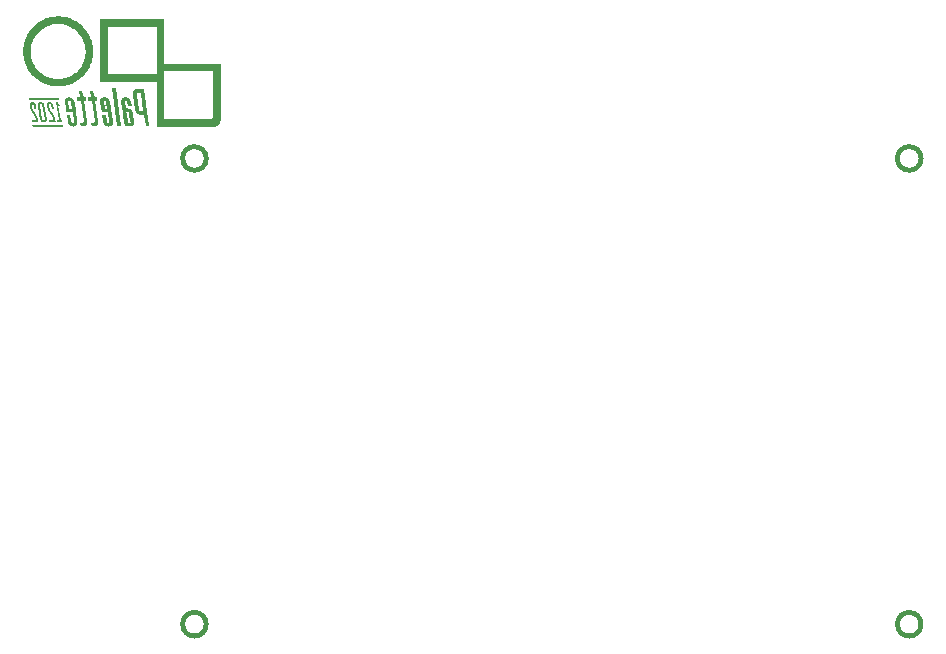
<source format=gbo>
G04 #@! TF.GenerationSoftware,KiCad,Pcbnew,(5.1.4-0-10_14)*
G04 #@! TF.CreationDate,2020-03-30T03:02:05+09:00*
G04 #@! TF.ProjectId,palette1202-front,70616c65-7474-4653-9132-30322d66726f,rev?*
G04 #@! TF.SameCoordinates,Original*
G04 #@! TF.FileFunction,Legend,Bot*
G04 #@! TF.FilePolarity,Positive*
%FSLAX46Y46*%
G04 Gerber Fmt 4.6, Leading zero omitted, Abs format (unit mm)*
G04 Created by KiCad (PCBNEW (5.1.4-0-10_14)) date 2020-03-30 03:02:05*
%MOMM*%
%LPD*%
G04 APERTURE LIST*
%ADD10C,0.100000*%
%ADD11C,0.400000*%
G04 APERTURE END LIST*
D10*
G36*
X97264452Y-65814978D02*
G01*
X97285634Y-65816187D01*
X97306389Y-65818202D01*
X97326722Y-65821024D01*
X97346636Y-65824652D01*
X97366136Y-65829086D01*
X97385224Y-65834326D01*
X97403906Y-65840372D01*
X97422185Y-65847224D01*
X97440064Y-65854883D01*
X97457548Y-65863347D01*
X97474641Y-65872618D01*
X97491346Y-65882695D01*
X97507667Y-65893578D01*
X97523609Y-65905267D01*
X97539174Y-65917762D01*
X97554212Y-65931033D01*
X97568568Y-65945053D01*
X97582241Y-65959824D01*
X97595233Y-65975350D01*
X97607542Y-65991637D01*
X97619169Y-66008687D01*
X97630114Y-66026504D01*
X97640377Y-66045093D01*
X97649958Y-66064457D01*
X97658857Y-66084600D01*
X97667073Y-66105526D01*
X97674607Y-66127238D01*
X97681460Y-66149742D01*
X97687630Y-66173039D01*
X97693118Y-66197136D01*
X97697924Y-66222034D01*
X97748195Y-66547471D01*
X97451861Y-66547471D01*
X97401590Y-66243200D01*
X97400010Y-66234425D01*
X97398247Y-66225960D01*
X97396306Y-66217806D01*
X97394191Y-66209961D01*
X97391905Y-66202427D01*
X97389452Y-66195202D01*
X97386837Y-66188288D01*
X97384062Y-66181684D01*
X97381133Y-66175389D01*
X97378052Y-66169405D01*
X97374824Y-66163731D01*
X97371453Y-66158367D01*
X97367942Y-66153313D01*
X97364296Y-66148570D01*
X97360518Y-66144136D01*
X97356612Y-66140012D01*
X97352613Y-66136168D01*
X97348556Y-66132571D01*
X97344444Y-66129222D01*
X97340282Y-66126122D01*
X97336074Y-66123269D01*
X97331823Y-66120665D01*
X97327533Y-66118308D01*
X97323208Y-66116200D01*
X97318853Y-66114340D01*
X97314470Y-66112727D01*
X97310064Y-66111363D01*
X97305639Y-66110247D01*
X97301198Y-66109379D01*
X97296745Y-66108759D01*
X97292285Y-66108387D01*
X97287821Y-66108263D01*
X97281494Y-66108387D01*
X97275408Y-66108759D01*
X97269554Y-66109379D01*
X97263925Y-66110247D01*
X97258513Y-66111363D01*
X97253311Y-66112728D01*
X97248310Y-66114340D01*
X97243503Y-66116200D01*
X97238882Y-66118309D01*
X97234439Y-66120665D01*
X97230166Y-66123270D01*
X97226057Y-66126122D01*
X97222102Y-66129223D01*
X97218295Y-66132571D01*
X97214627Y-66136168D01*
X97211091Y-66140012D01*
X97207774Y-66144136D01*
X97204771Y-66148570D01*
X97202086Y-66153314D01*
X97199722Y-66158368D01*
X97197684Y-66163732D01*
X97195976Y-66169406D01*
X97194601Y-66175390D01*
X97193563Y-66181684D01*
X97192866Y-66188288D01*
X97192514Y-66195203D01*
X97192510Y-66202427D01*
X97192860Y-66209961D01*
X97193566Y-66217806D01*
X97194633Y-66225960D01*
X97196063Y-66234425D01*
X97197862Y-66243200D01*
X97285175Y-66756491D01*
X97401590Y-66756491D01*
X97425154Y-66756956D01*
X97448218Y-66758346D01*
X97470778Y-66760660D01*
X97492830Y-66763891D01*
X97514371Y-66768038D01*
X97535396Y-66773095D01*
X97555902Y-66779059D01*
X97575885Y-66785926D01*
X97595340Y-66793693D01*
X97614265Y-66802354D01*
X97632655Y-66811907D01*
X97650506Y-66822348D01*
X97667814Y-66833672D01*
X97684576Y-66845876D01*
X97700788Y-66858955D01*
X97716445Y-66872907D01*
X97731483Y-66887727D01*
X97745838Y-66903412D01*
X97759512Y-66919957D01*
X97772503Y-66937358D01*
X97784812Y-66955612D01*
X97796440Y-66974715D01*
X97807385Y-66994663D01*
X97817647Y-67015452D01*
X97827228Y-67037078D01*
X97836127Y-67059537D01*
X97844343Y-67082826D01*
X97851878Y-67106940D01*
X97858730Y-67131876D01*
X97864900Y-67157629D01*
X97870388Y-67184197D01*
X97875194Y-67211574D01*
X97962507Y-67825407D01*
X97966011Y-67852784D01*
X97968589Y-67879352D01*
X97970245Y-67905106D01*
X97970982Y-67930042D01*
X97970804Y-67954156D01*
X97969716Y-67977444D01*
X97967721Y-67999904D01*
X97964822Y-68021530D01*
X97961025Y-68042318D01*
X97956332Y-68062266D01*
X97950747Y-68081369D01*
X97944276Y-68099623D01*
X97936920Y-68117024D01*
X97928685Y-68133569D01*
X97919574Y-68149253D01*
X97909591Y-68164074D01*
X97899018Y-68178025D01*
X97888140Y-68191105D01*
X97876959Y-68203309D01*
X97865479Y-68214633D01*
X97853705Y-68225074D01*
X97841641Y-68234627D01*
X97829289Y-68243289D01*
X97816655Y-68251055D01*
X97803742Y-68257922D01*
X97790553Y-68263886D01*
X97777093Y-68268943D01*
X97763366Y-68273089D01*
X97749375Y-68276321D01*
X97735125Y-68278634D01*
X97720619Y-68280025D01*
X97705861Y-68280489D01*
X97693205Y-68280247D01*
X97681015Y-68279539D01*
X97669258Y-68278397D01*
X97657905Y-68276851D01*
X97646924Y-68274934D01*
X97636284Y-68272676D01*
X97625954Y-68270107D01*
X97615903Y-68267260D01*
X97606100Y-68263281D01*
X97596514Y-68259240D01*
X97587114Y-68255075D01*
X97577869Y-68250724D01*
X97568748Y-68246125D01*
X97559720Y-68241216D01*
X97550754Y-68235934D01*
X97541819Y-68230219D01*
X97533014Y-68225134D01*
X97524456Y-68219801D01*
X97516147Y-68214220D01*
X97508085Y-68208391D01*
X97500272Y-68202314D01*
X97492706Y-68195989D01*
X97485389Y-68189415D01*
X97478319Y-68182594D01*
X97454507Y-68182594D01*
X97462443Y-68277844D01*
X97189923Y-68277844D01*
X97065387Y-67401720D01*
X97060278Y-67402075D01*
X97010963Y-67052825D01*
X97322216Y-67052825D01*
X97343382Y-67216866D01*
X97348674Y-67216866D01*
X97435986Y-67896845D01*
X97440947Y-67906643D01*
X97445908Y-67916193D01*
X97450869Y-67925495D01*
X97455830Y-67934548D01*
X97460791Y-67943354D01*
X97465752Y-67951912D01*
X97470713Y-67960222D01*
X97475674Y-67968283D01*
X97487622Y-67982091D01*
X97493674Y-67988840D01*
X97499818Y-67995403D01*
X97506086Y-68001718D01*
X97509277Y-68004763D01*
X97512510Y-68007722D01*
X97515789Y-68010589D01*
X97519119Y-68013355D01*
X97522503Y-68016012D01*
X97525946Y-68018553D01*
X97529449Y-68020971D01*
X97533015Y-68023261D01*
X97536642Y-68025419D01*
X97540332Y-68027442D01*
X97544084Y-68029325D01*
X97547897Y-68031065D01*
X97551773Y-68032657D01*
X97555711Y-68034098D01*
X97559711Y-68035384D01*
X97563772Y-68036512D01*
X97567896Y-68037476D01*
X97572082Y-68038274D01*
X97576330Y-68038901D01*
X97580640Y-68039354D01*
X97585012Y-68039629D01*
X97589446Y-68039721D01*
X97593878Y-68039566D01*
X97598241Y-68039101D01*
X97602526Y-68038326D01*
X97606726Y-68037241D01*
X97610833Y-68035845D01*
X97614839Y-68034140D01*
X97618737Y-68032124D01*
X97622518Y-68029799D01*
X97626176Y-68027163D01*
X97629701Y-68024218D01*
X97633088Y-68020962D01*
X97636326Y-68017396D01*
X97639410Y-68013521D01*
X97642331Y-68009335D01*
X97645082Y-68004839D01*
X97647654Y-68000033D01*
X97650477Y-67994885D01*
X97652998Y-67989362D01*
X97655224Y-67983459D01*
X97657163Y-67977172D01*
X97658823Y-67970497D01*
X97660212Y-67963431D01*
X97661337Y-67955969D01*
X97662206Y-67948109D01*
X97662828Y-67939845D01*
X97663209Y-67931174D01*
X97663357Y-67922093D01*
X97663281Y-67912596D01*
X97662987Y-67902682D01*
X97662485Y-67892344D01*
X97661781Y-67881581D01*
X97660883Y-67870387D01*
X97573570Y-67222157D01*
X97569787Y-67201943D01*
X97565380Y-67182976D01*
X97560344Y-67165266D01*
X97554677Y-67148818D01*
X97548375Y-67133642D01*
X97541433Y-67119745D01*
X97533847Y-67107135D01*
X97525614Y-67095819D01*
X97521254Y-67090649D01*
X97516730Y-67085806D01*
X97512043Y-67081290D01*
X97507192Y-67077102D01*
X97502175Y-67073244D01*
X97496994Y-67069716D01*
X97491647Y-67066520D01*
X97486133Y-67063656D01*
X97480453Y-67061125D01*
X97474606Y-67058929D01*
X97468591Y-67057068D01*
X97462409Y-67055543D01*
X97456057Y-67054355D01*
X97449537Y-67053505D01*
X97442847Y-67052995D01*
X97435986Y-67052825D01*
X97322216Y-67052825D01*
X97010963Y-67052825D01*
X96898882Y-66259075D01*
X96894914Y-66232222D01*
X96891942Y-66206231D01*
X96889970Y-66181091D01*
X96889001Y-66156797D01*
X96889041Y-66133340D01*
X96890092Y-66110712D01*
X96892158Y-66088906D01*
X96895244Y-66067914D01*
X96899353Y-66047728D01*
X96904489Y-66028340D01*
X96910656Y-66009743D01*
X96917857Y-65991929D01*
X96926098Y-65974890D01*
X96935381Y-65958618D01*
X96945710Y-65943106D01*
X96957090Y-65928346D01*
X96969340Y-65914424D01*
X96982283Y-65901428D01*
X96995931Y-65889354D01*
X97010296Y-65878199D01*
X97025391Y-65867959D01*
X97041225Y-65858629D01*
X97057811Y-65850206D01*
X97075161Y-65842687D01*
X97093286Y-65836066D01*
X97112197Y-65830341D01*
X97131907Y-65825508D01*
X97152427Y-65821561D01*
X97173769Y-65818499D01*
X97195944Y-65816316D01*
X97218964Y-65815009D01*
X97242841Y-65814575D01*
X97264452Y-65814978D01*
G37*
G36*
X96848612Y-68280492D02*
G01*
X96552278Y-68280492D01*
X96102486Y-65047284D01*
X96398820Y-65047284D01*
X96848612Y-68280492D01*
G37*
G36*
X91685496Y-58965720D02*
G01*
X91835873Y-58977154D01*
X91984078Y-58995984D01*
X92129924Y-59022024D01*
X92273223Y-59055089D01*
X92413789Y-59094993D01*
X92551434Y-59141551D01*
X92685973Y-59194577D01*
X92817216Y-59253885D01*
X92944979Y-59319291D01*
X93069073Y-59390608D01*
X93189311Y-59467650D01*
X93305508Y-59550234D01*
X93417474Y-59638172D01*
X93525025Y-59731279D01*
X93627972Y-59829370D01*
X93726128Y-59932259D01*
X93819308Y-60039761D01*
X93907323Y-60151690D01*
X93989986Y-60267860D01*
X94067111Y-60388086D01*
X94138510Y-60512183D01*
X94203997Y-60639964D01*
X94263385Y-60771245D01*
X94316486Y-60905840D01*
X94363114Y-61043562D01*
X94403082Y-61184228D01*
X94436201Y-61327650D01*
X94462287Y-61473644D01*
X94481151Y-61622024D01*
X94492606Y-61772605D01*
X94496466Y-61925200D01*
X94492614Y-62077563D01*
X94481180Y-62227940D01*
X94462350Y-62376145D01*
X94436310Y-62521991D01*
X94403245Y-62665290D01*
X94363341Y-62805856D01*
X94316783Y-62943501D01*
X94263757Y-63078039D01*
X94204449Y-63209283D01*
X94139043Y-63337045D01*
X94067727Y-63461139D01*
X93990684Y-63581378D01*
X93908100Y-63697574D01*
X93820162Y-63809541D01*
X93727055Y-63917091D01*
X93628964Y-64020039D01*
X93526075Y-64118195D01*
X93418573Y-64211374D01*
X93306645Y-64299389D01*
X93190474Y-64382053D01*
X93070248Y-64459178D01*
X92946151Y-64530577D01*
X92818370Y-64596064D01*
X92687089Y-64655452D01*
X92552494Y-64708553D01*
X92414772Y-64755181D01*
X92274106Y-64795148D01*
X92130684Y-64828268D01*
X91984690Y-64854354D01*
X91836309Y-64873218D01*
X91685729Y-64884673D01*
X91533133Y-64888533D01*
X91380771Y-64884681D01*
X91230394Y-64873247D01*
X91082189Y-64854417D01*
X90936343Y-64828377D01*
X90793044Y-64795312D01*
X90652478Y-64755408D01*
X90514833Y-64708850D01*
X90380295Y-64655824D01*
X90249051Y-64596515D01*
X90121288Y-64531110D01*
X89997194Y-64459793D01*
X89876956Y-64382750D01*
X89760760Y-64300167D01*
X89648793Y-64212229D01*
X89541242Y-64119122D01*
X89438295Y-64021031D01*
X89340139Y-63918141D01*
X89246959Y-63810640D01*
X89158945Y-63698711D01*
X89076281Y-63582541D01*
X88999156Y-63462314D01*
X88927757Y-63338218D01*
X88862269Y-63210436D01*
X88802882Y-63079155D01*
X88749780Y-62944561D01*
X88703153Y-62806838D01*
X88663185Y-62666173D01*
X88630065Y-62522750D01*
X88603980Y-62376756D01*
X88585116Y-62228376D01*
X88573660Y-62077795D01*
X88569800Y-61925200D01*
X89204800Y-61925200D01*
X89207838Y-62044780D01*
X89216851Y-62162818D01*
X89231692Y-62279165D01*
X89252214Y-62393673D01*
X89278268Y-62506194D01*
X89309707Y-62616582D01*
X89346383Y-62724688D01*
X89388148Y-62830364D01*
X89434855Y-62933463D01*
X89486356Y-63033837D01*
X89542503Y-63131338D01*
X89603148Y-63225818D01*
X89668144Y-63317130D01*
X89737342Y-63405126D01*
X89810595Y-63489657D01*
X89887756Y-63570577D01*
X89968676Y-63647738D01*
X90053207Y-63720991D01*
X90141203Y-63790190D01*
X90232515Y-63855185D01*
X90326995Y-63915830D01*
X90424496Y-63971977D01*
X90524870Y-64023478D01*
X90627969Y-64070185D01*
X90733645Y-64111950D01*
X90841751Y-64148627D01*
X90952139Y-64180066D01*
X91064660Y-64206120D01*
X91179169Y-64226641D01*
X91295515Y-64241483D01*
X91413553Y-64250496D01*
X91533133Y-64253533D01*
X91652714Y-64250496D01*
X91770752Y-64241483D01*
X91887098Y-64226641D01*
X92001607Y-64206120D01*
X92114128Y-64180066D01*
X92224516Y-64148627D01*
X92332622Y-64111950D01*
X92438298Y-64070185D01*
X92541397Y-64023478D01*
X92641771Y-63971977D01*
X92739272Y-63915830D01*
X92833752Y-63855185D01*
X92925064Y-63790190D01*
X93013060Y-63720991D01*
X93097591Y-63647738D01*
X93178511Y-63570577D01*
X93255672Y-63489657D01*
X93328925Y-63405126D01*
X93398123Y-63317130D01*
X93463119Y-63225818D01*
X93523764Y-63131338D01*
X93579911Y-63033837D01*
X93631412Y-62933463D01*
X93678119Y-62830364D01*
X93719884Y-62724688D01*
X93756560Y-62616582D01*
X93787999Y-62506194D01*
X93814053Y-62393673D01*
X93834575Y-62279165D01*
X93849416Y-62162818D01*
X93858429Y-62044780D01*
X93861466Y-61925200D01*
X93858429Y-61805620D01*
X93849416Y-61687582D01*
X93834575Y-61571236D01*
X93814053Y-61456727D01*
X93787999Y-61344206D01*
X93756560Y-61233818D01*
X93719884Y-61125712D01*
X93678118Y-61020036D01*
X93631411Y-60916937D01*
X93579910Y-60816563D01*
X93523764Y-60719062D01*
X93463119Y-60624582D01*
X93398123Y-60533270D01*
X93328925Y-60445275D01*
X93255671Y-60360743D01*
X93178511Y-60279823D01*
X93097591Y-60202662D01*
X93013059Y-60129409D01*
X92925063Y-60060210D01*
X92833751Y-59995215D01*
X92739271Y-59934570D01*
X92641770Y-59878423D01*
X92541396Y-59826922D01*
X92438298Y-59780215D01*
X92332621Y-59738450D01*
X92224515Y-59701773D01*
X92114128Y-59670334D01*
X92001606Y-59644280D01*
X91887098Y-59623759D01*
X91770751Y-59608917D01*
X91652714Y-59599904D01*
X91533133Y-59596867D01*
X91533133Y-58961867D01*
X91685496Y-58965720D01*
G37*
G36*
X99251028Y-68280491D02*
G01*
X98933527Y-68280491D01*
X98801236Y-67325346D01*
X98618673Y-67325346D01*
X98591140Y-67324788D01*
X98564103Y-67323118D01*
X98537562Y-67320340D01*
X98511517Y-67316457D01*
X98485968Y-67311474D01*
X98460915Y-67305393D01*
X98436359Y-67298220D01*
X98412298Y-67289958D01*
X98388734Y-67280610D01*
X98365666Y-67270181D01*
X98343093Y-67258675D01*
X98321017Y-67246095D01*
X98299437Y-67232445D01*
X98278353Y-67217729D01*
X98257765Y-67201952D01*
X98237674Y-67185116D01*
X98218325Y-67166884D01*
X98199965Y-67147904D01*
X98182590Y-67128172D01*
X98166195Y-67107684D01*
X98150777Y-67086437D01*
X98136331Y-67064426D01*
X98122855Y-67041648D01*
X98110343Y-67018098D01*
X98098793Y-66993773D01*
X98088200Y-66968670D01*
X98078560Y-66942783D01*
X98069870Y-66916109D01*
X98062126Y-66888645D01*
X98055323Y-66860387D01*
X98049459Y-66831330D01*
X98044528Y-66801470D01*
X97974525Y-66306445D01*
X97973091Y-66306700D01*
X97875195Y-65616138D01*
X97871321Y-65586279D01*
X97869934Y-65571288D01*
X98192499Y-65571288D01*
X98192624Y-65582579D01*
X98193141Y-65594259D01*
X98194047Y-65606327D01*
X98195341Y-65618784D01*
X98279663Y-66211523D01*
X98280007Y-66211450D01*
X98364673Y-66804117D01*
X98368736Y-66829078D01*
X98373981Y-66852372D01*
X98380411Y-66874008D01*
X98384072Y-66884206D01*
X98388032Y-66893993D01*
X98392289Y-66903368D01*
X98396846Y-66912334D01*
X98401702Y-66920891D01*
X98406857Y-66929040D01*
X98412314Y-66936782D01*
X98418071Y-66944118D01*
X98424129Y-66951049D01*
X98430489Y-66957575D01*
X98437152Y-66963699D01*
X98444117Y-66969421D01*
X98451386Y-66974742D01*
X98458958Y-66979662D01*
X98466834Y-66984183D01*
X98475016Y-66988306D01*
X98483502Y-66992032D01*
X98492294Y-66995361D01*
X98501393Y-66998295D01*
X98510798Y-67000835D01*
X98520510Y-67002982D01*
X98530530Y-67004735D01*
X98540858Y-67006098D01*
X98551494Y-67007070D01*
X98573695Y-67007846D01*
X98756257Y-67007846D01*
X98534007Y-65415055D01*
X98351445Y-65415055D01*
X98340244Y-65415256D01*
X98329461Y-65415860D01*
X98319094Y-65416866D01*
X98309143Y-65418274D01*
X98299606Y-65420083D01*
X98290484Y-65422293D01*
X98281774Y-65424902D01*
X98273476Y-65427912D01*
X98265588Y-65431321D01*
X98258111Y-65435128D01*
X98251042Y-65439333D01*
X98244382Y-65443937D01*
X98238128Y-65448937D01*
X98232280Y-65454335D01*
X98226838Y-65460128D01*
X98221799Y-65466318D01*
X98217164Y-65472902D01*
X98212930Y-65479882D01*
X98209098Y-65487256D01*
X98205666Y-65495024D01*
X98202633Y-65503185D01*
X98199998Y-65511739D01*
X98197761Y-65520686D01*
X98195919Y-65530024D01*
X98194474Y-65539754D01*
X98193422Y-65549875D01*
X98192764Y-65560386D01*
X98192499Y-65571288D01*
X97869934Y-65571288D01*
X97868632Y-65557222D01*
X97867137Y-65528963D01*
X97866844Y-65501499D01*
X97867760Y-65474825D01*
X97869893Y-65448939D01*
X97873251Y-65423835D01*
X97877841Y-65399510D01*
X97883671Y-65375961D01*
X97890750Y-65353182D01*
X97899084Y-65331171D01*
X97908681Y-65309924D01*
X97919550Y-65289436D01*
X97931698Y-65269704D01*
X97945133Y-65250724D01*
X97959862Y-65232492D01*
X97975177Y-65215220D01*
X97991353Y-65199119D01*
X98008382Y-65184181D01*
X98026255Y-65170398D01*
X98044966Y-65157761D01*
X98064506Y-65146265D01*
X98084868Y-65135900D01*
X98106044Y-65126659D01*
X98128026Y-65118534D01*
X98150806Y-65111517D01*
X98174377Y-65105602D01*
X98198731Y-65100779D01*
X98223860Y-65097042D01*
X98249756Y-65094382D01*
X98276412Y-65092791D01*
X98303820Y-65092263D01*
X98803882Y-65092263D01*
X99251028Y-68280491D01*
G37*
G36*
X91685494Y-58965719D02*
G01*
X91835871Y-58977153D01*
X91984076Y-58995983D01*
X92129922Y-59022023D01*
X92273221Y-59055088D01*
X92413787Y-59094992D01*
X92551433Y-59141550D01*
X92685971Y-59194576D01*
X92817214Y-59253885D01*
X92944977Y-59319290D01*
X93069071Y-59390607D01*
X93189309Y-59467650D01*
X93305506Y-59550233D01*
X93417472Y-59638171D01*
X93525023Y-59731278D01*
X93627970Y-59829369D01*
X93726127Y-59932259D01*
X93819306Y-60039760D01*
X93907321Y-60151689D01*
X93989984Y-60267859D01*
X94067109Y-60388086D01*
X94138508Y-60512182D01*
X94203996Y-60639964D01*
X94263383Y-60771245D01*
X94316484Y-60905839D01*
X94363112Y-61043562D01*
X94403080Y-61184227D01*
X94436200Y-61327650D01*
X94462285Y-61473644D01*
X94481149Y-61622024D01*
X94492605Y-61772605D01*
X94496465Y-61925200D01*
X93861464Y-61925200D01*
X93858427Y-61805620D01*
X93849414Y-61687582D01*
X93834573Y-61571235D01*
X93814051Y-61456727D01*
X93787997Y-61344205D01*
X93756558Y-61233818D01*
X93719882Y-61125712D01*
X93678116Y-61020036D01*
X93631409Y-60916937D01*
X93579909Y-60816563D01*
X93523762Y-60719062D01*
X93463117Y-60624582D01*
X93398121Y-60533270D01*
X93328923Y-60445274D01*
X93255669Y-60360743D01*
X93178509Y-60279823D01*
X93097589Y-60202662D01*
X93013057Y-60129409D01*
X92925061Y-60060210D01*
X92833749Y-59995215D01*
X92739269Y-59934570D01*
X92641768Y-59878423D01*
X92541395Y-59826922D01*
X92438296Y-59780215D01*
X92332619Y-59738450D01*
X92224514Y-59701773D01*
X92114126Y-59670334D01*
X92001604Y-59644280D01*
X91887096Y-59623759D01*
X91770749Y-59608917D01*
X91652712Y-59599904D01*
X91533131Y-59596867D01*
X91413551Y-59599904D01*
X91295514Y-59608917D01*
X91179167Y-59623759D01*
X91064659Y-59644280D01*
X90952137Y-59670334D01*
X90841750Y-59701773D01*
X90733644Y-59738450D01*
X90627967Y-59780215D01*
X90524868Y-59826922D01*
X90424495Y-59878423D01*
X90326994Y-59934570D01*
X90232513Y-59995215D01*
X90141201Y-60060210D01*
X90053206Y-60129409D01*
X89968674Y-60202662D01*
X89887754Y-60279823D01*
X89810593Y-60360743D01*
X89737339Y-60445275D01*
X89668141Y-60533270D01*
X89603145Y-60624582D01*
X89542500Y-60719062D01*
X89486353Y-60816563D01*
X89434852Y-60916937D01*
X89388145Y-61020036D01*
X89346379Y-61125712D01*
X89309703Y-61233818D01*
X89278264Y-61344206D01*
X89252210Y-61456727D01*
X89231688Y-61571236D01*
X89216847Y-61687582D01*
X89207834Y-61805620D01*
X89204797Y-61925200D01*
X89207834Y-62044780D01*
X89216847Y-62162818D01*
X89231688Y-62279165D01*
X89252210Y-62393673D01*
X89278264Y-62506194D01*
X89309703Y-62616582D01*
X89346379Y-62724688D01*
X89388145Y-62830364D01*
X89434852Y-62933463D01*
X89486353Y-63033837D01*
X89542500Y-63131338D01*
X89603145Y-63225818D01*
X89668140Y-63317130D01*
X89737339Y-63405126D01*
X89810592Y-63489657D01*
X89887753Y-63570577D01*
X89968673Y-63647738D01*
X90053205Y-63720991D01*
X90141200Y-63790190D01*
X90232512Y-63855185D01*
X90326993Y-63915830D01*
X90424494Y-63971977D01*
X90524868Y-64023478D01*
X90627967Y-64070185D01*
X90733643Y-64111950D01*
X90841749Y-64148627D01*
X90952137Y-64180066D01*
X91064659Y-64206120D01*
X91179167Y-64226641D01*
X91295513Y-64241483D01*
X91413551Y-64250496D01*
X91533131Y-64253533D01*
X91533131Y-64888533D01*
X91380769Y-64884681D01*
X91230392Y-64873247D01*
X91082187Y-64854417D01*
X90936341Y-64828377D01*
X90793042Y-64795312D01*
X90652476Y-64755408D01*
X90514831Y-64708850D01*
X90380293Y-64655824D01*
X90249049Y-64596515D01*
X90121287Y-64531110D01*
X89997193Y-64459793D01*
X89876954Y-64382750D01*
X89760758Y-64300167D01*
X89648791Y-64212229D01*
X89541240Y-64119122D01*
X89438293Y-64021031D01*
X89340137Y-63918141D01*
X89246957Y-63810640D01*
X89158943Y-63698711D01*
X89076279Y-63582541D01*
X88999154Y-63462314D01*
X88927755Y-63338218D01*
X88862267Y-63210436D01*
X88802880Y-63079155D01*
X88749779Y-62944561D01*
X88703151Y-62806838D01*
X88663183Y-62666173D01*
X88630063Y-62522750D01*
X88603978Y-62376756D01*
X88585114Y-62228376D01*
X88573658Y-62077795D01*
X88569798Y-61925200D01*
X88573651Y-61772837D01*
X88585085Y-61622460D01*
X88603915Y-61474255D01*
X88629955Y-61328410D01*
X88663020Y-61185110D01*
X88702924Y-61044544D01*
X88749482Y-60906899D01*
X88802508Y-60772361D01*
X88861816Y-60641117D01*
X88927222Y-60513355D01*
X88998539Y-60389261D01*
X89075582Y-60269022D01*
X89158165Y-60152826D01*
X89246103Y-60040859D01*
X89339210Y-59933309D01*
X89437301Y-59830362D01*
X89540190Y-59732205D01*
X89647692Y-59639026D01*
X89759621Y-59551011D01*
X89875791Y-59468347D01*
X89996018Y-59391223D01*
X90120114Y-59319823D01*
X90247896Y-59254336D01*
X90379177Y-59194948D01*
X90513771Y-59141847D01*
X90651494Y-59095219D01*
X90792159Y-59055252D01*
X90935582Y-59022132D01*
X91081576Y-58996046D01*
X91229956Y-58977182D01*
X91380536Y-58965727D01*
X91533131Y-58961867D01*
X91685494Y-58965719D01*
G37*
G36*
X92466864Y-65817655D02*
G01*
X92489932Y-65818958D01*
X92512505Y-65821128D01*
X92534581Y-65824167D01*
X92556161Y-65828073D01*
X92577245Y-65832848D01*
X92597833Y-65838491D01*
X92617925Y-65845002D01*
X92637521Y-65852382D01*
X92656620Y-65860629D01*
X92675224Y-65869745D01*
X92693331Y-65879729D01*
X92710943Y-65890581D01*
X92728058Y-65902301D01*
X92744677Y-65914890D01*
X92760800Y-65928346D01*
X92776304Y-65942610D01*
X92791067Y-65957626D01*
X92805094Y-65973401D01*
X92818388Y-65989944D01*
X92830954Y-66007262D01*
X92842795Y-66025363D01*
X92853915Y-66044255D01*
X92864318Y-66063945D01*
X92874008Y-66084441D01*
X92882989Y-66105751D01*
X92891264Y-66127883D01*
X92898838Y-66150844D01*
X92905714Y-66174643D01*
X92911897Y-66199286D01*
X92917390Y-66224782D01*
X92922196Y-66251138D01*
X93157675Y-67854514D01*
X93161148Y-67880434D01*
X93163633Y-67905606D01*
X93165134Y-67930026D01*
X93165654Y-67953691D01*
X93165197Y-67976595D01*
X93163768Y-67998737D01*
X93161369Y-68020111D01*
X93158006Y-68040714D01*
X93153681Y-68060541D01*
X93148399Y-68079590D01*
X93142164Y-68097855D01*
X93134979Y-68115334D01*
X93126848Y-68132023D01*
X93117775Y-68147916D01*
X93107765Y-68163012D01*
X93096821Y-68177305D01*
X93084571Y-68190761D01*
X93071628Y-68203350D01*
X93057980Y-68215070D01*
X93043614Y-68225922D01*
X93028520Y-68235906D01*
X93012686Y-68245022D01*
X92996100Y-68253269D01*
X92978750Y-68260649D01*
X92960625Y-68267160D01*
X92941714Y-68272803D01*
X92922004Y-68277578D01*
X92901484Y-68281484D01*
X92880142Y-68284523D01*
X92857967Y-68286693D01*
X92834947Y-68287996D01*
X92811070Y-68288430D01*
X92787506Y-68287965D01*
X92764438Y-68286575D01*
X92741866Y-68284261D01*
X92719789Y-68281030D01*
X92698209Y-68276883D01*
X92677125Y-68271826D01*
X92656537Y-68265862D01*
X92636446Y-68258995D01*
X92616850Y-68251228D01*
X92597750Y-68242567D01*
X92579147Y-68233014D01*
X92561039Y-68222573D01*
X92543428Y-68211249D01*
X92526313Y-68199045D01*
X92509694Y-68185966D01*
X92493571Y-68172014D01*
X92478098Y-68157194D01*
X92463423Y-68141509D01*
X92449539Y-68124964D01*
X92436437Y-68107563D01*
X92424111Y-68089309D01*
X92412553Y-68070206D01*
X92401754Y-68050258D01*
X92391706Y-68029469D01*
X92382403Y-68007843D01*
X92373837Y-67985384D01*
X92365999Y-67962095D01*
X92358881Y-67937981D01*
X92352477Y-67913045D01*
X92346779Y-67887292D01*
X92341777Y-67860724D01*
X92337466Y-67833347D01*
X92260737Y-67309473D01*
X92557071Y-67309473D01*
X92633799Y-67833347D01*
X92636622Y-67852571D01*
X92640135Y-67870554D01*
X92644345Y-67887297D01*
X92649261Y-67902800D01*
X92654890Y-67917063D01*
X92661239Y-67930085D01*
X92668318Y-67941867D01*
X92672132Y-67947293D01*
X92676132Y-67952409D01*
X92680318Y-67957215D01*
X92684691Y-67961711D01*
X92689252Y-67965897D01*
X92694002Y-67969773D01*
X92698942Y-67973338D01*
X92704072Y-67976594D01*
X92709395Y-67979539D01*
X92714910Y-67982175D01*
X92720619Y-67984500D01*
X92726523Y-67986516D01*
X92732623Y-67988221D01*
X92738919Y-67989616D01*
X92745413Y-67990701D01*
X92752106Y-67991476D01*
X92758998Y-67991941D01*
X92766091Y-67992096D01*
X92773153Y-67991941D01*
X92779951Y-67991476D01*
X92786485Y-67990701D01*
X92792756Y-67989616D01*
X92798763Y-67988221D01*
X92804507Y-67986515D01*
X92809988Y-67984500D01*
X92815204Y-67982175D01*
X92820157Y-67979539D01*
X92824847Y-67976594D01*
X92829273Y-67973338D01*
X92833436Y-67969772D01*
X92837335Y-67965897D01*
X92840970Y-67961711D01*
X92844342Y-67957215D01*
X92847450Y-67952409D01*
X92850295Y-67947293D01*
X92852876Y-67941867D01*
X92855194Y-67936131D01*
X92857248Y-67930085D01*
X92859039Y-67923729D01*
X92860566Y-67917062D01*
X92861829Y-67910086D01*
X92862829Y-67902800D01*
X92863566Y-67895203D01*
X92864039Y-67887297D01*
X92864248Y-67879080D01*
X92864194Y-67870554D01*
X92863876Y-67861717D01*
X92863295Y-67852570D01*
X92862450Y-67843114D01*
X92861341Y-67833347D01*
X92752862Y-67081931D01*
X92228988Y-67081931D01*
X92172350Y-66700916D01*
X92170779Y-66700930D01*
X92099341Y-66229971D01*
X92095799Y-66207720D01*
X92390322Y-66207720D01*
X92390672Y-66215254D01*
X92391378Y-66223099D01*
X92392445Y-66231253D01*
X92393875Y-66239718D01*
X92395675Y-66248493D01*
X92464185Y-66679867D01*
X92467110Y-66679763D01*
X92482987Y-66782951D01*
X92710528Y-66782951D01*
X92623216Y-66248493D01*
X92619432Y-66232153D01*
X92615025Y-66216867D01*
X92609990Y-66202635D01*
X92604323Y-66189458D01*
X92598020Y-66177334D01*
X92594629Y-66171668D01*
X92591078Y-66166265D01*
X92587366Y-66161126D01*
X92583492Y-66156250D01*
X92579457Y-66151638D01*
X92575260Y-66147290D01*
X92570899Y-66143205D01*
X92566376Y-66139383D01*
X92561688Y-66135825D01*
X92556837Y-66132531D01*
X92551821Y-66129500D01*
X92546639Y-66126733D01*
X92541292Y-66124229D01*
X92535779Y-66121989D01*
X92530099Y-66120012D01*
X92524252Y-66118299D01*
X92518237Y-66116850D01*
X92512054Y-66115664D01*
X92505703Y-66114741D01*
X92499183Y-66114083D01*
X92492493Y-66113687D01*
X92485633Y-66113555D01*
X92479306Y-66113679D01*
X92473220Y-66114052D01*
X92467366Y-66114672D01*
X92461737Y-66115540D01*
X92456325Y-66116656D01*
X92451123Y-66118020D01*
X92446122Y-66119633D01*
X92441314Y-66121493D01*
X92436693Y-66123602D01*
X92432250Y-66125958D01*
X92427978Y-66128562D01*
X92423868Y-66131415D01*
X92419914Y-66134515D01*
X92416106Y-66137864D01*
X92412438Y-66141461D01*
X92408902Y-66145305D01*
X92405585Y-66149429D01*
X92402582Y-66153863D01*
X92399897Y-66158607D01*
X92397534Y-66163661D01*
X92395496Y-66169025D01*
X92393787Y-66174699D01*
X92392412Y-66180683D01*
X92391374Y-66186977D01*
X92390677Y-66193581D01*
X92390325Y-66200495D01*
X92390322Y-66207720D01*
X92095799Y-66207720D01*
X92095373Y-66205044D01*
X92092401Y-66180864D01*
X92090429Y-66157436D01*
X92089460Y-66134763D01*
X92089500Y-66112851D01*
X92090550Y-66091701D01*
X92092617Y-66071320D01*
X92095703Y-66051709D01*
X92099811Y-66032874D01*
X92104947Y-66014817D01*
X92111114Y-65997544D01*
X92118316Y-65981057D01*
X92126557Y-65965361D01*
X92135840Y-65950459D01*
X92146170Y-65936356D01*
X92157550Y-65923055D01*
X92169799Y-65910094D01*
X92182742Y-65897997D01*
X92196390Y-65886761D01*
X92210755Y-65876381D01*
X92225849Y-65866854D01*
X92241684Y-65858175D01*
X92258270Y-65850342D01*
X92275619Y-65843349D01*
X92293744Y-65837194D01*
X92312656Y-65831872D01*
X92332366Y-65827379D01*
X92352886Y-65823712D01*
X92374228Y-65820866D01*
X92396403Y-65818839D01*
X92419423Y-65817625D01*
X92443299Y-65817221D01*
X92466864Y-65817655D01*
G37*
G36*
X91628383Y-66015659D02*
G01*
X89059277Y-66015659D01*
X89038112Y-65846325D01*
X91604569Y-65846325D01*
X91628383Y-66015659D01*
G37*
G36*
X105282866Y-67811854D02*
G01*
X105280904Y-67837645D01*
X105277672Y-67863061D01*
X105273203Y-67888072D01*
X105267528Y-67912644D01*
X105260680Y-67936747D01*
X105252691Y-67960348D01*
X105243592Y-67983415D01*
X105233416Y-68005916D01*
X105222194Y-68027819D01*
X105209959Y-68049092D01*
X105196742Y-68069704D01*
X105182576Y-68089622D01*
X105167492Y-68108814D01*
X105151522Y-68127248D01*
X105134699Y-68144893D01*
X105117055Y-68161716D01*
X105098620Y-68177685D01*
X105079428Y-68192769D01*
X105059510Y-68206936D01*
X105038899Y-68220152D01*
X105017625Y-68232387D01*
X104995722Y-68243609D01*
X104973221Y-68253785D01*
X104950154Y-68262884D01*
X104926553Y-68270873D01*
X104902450Y-68277721D01*
X104877878Y-68283396D01*
X104852867Y-68287865D01*
X104827451Y-68291097D01*
X104801660Y-68293059D01*
X104775528Y-68293721D01*
X99878090Y-68293721D01*
X99878090Y-64483721D01*
X95107653Y-64483721D01*
X95107653Y-59845575D01*
X95742653Y-59845575D01*
X95742653Y-63843429D01*
X99880736Y-63843429D01*
X99880736Y-63623826D01*
X100510444Y-63623826D01*
X100510444Y-67658721D01*
X104420986Y-67658721D01*
X104432812Y-67658422D01*
X104444470Y-67657532D01*
X104455946Y-67656068D01*
X104467226Y-67654045D01*
X104478296Y-67651477D01*
X104489144Y-67648379D01*
X104499756Y-67644767D01*
X104510117Y-67640655D01*
X104520215Y-67636059D01*
X104530036Y-67630994D01*
X104539566Y-67625474D01*
X104548792Y-67619515D01*
X104557700Y-67613131D01*
X104566276Y-67606338D01*
X104574508Y-67599150D01*
X104582381Y-67591583D01*
X104589883Y-67583652D01*
X104596998Y-67575372D01*
X104603715Y-67566757D01*
X104610018Y-67557823D01*
X104615895Y-67548585D01*
X104621333Y-67539057D01*
X104626317Y-67529256D01*
X104630833Y-67519195D01*
X104634870Y-67508890D01*
X104638412Y-67498356D01*
X104641446Y-67487607D01*
X104643959Y-67476660D01*
X104645938Y-67465529D01*
X104647367Y-67454228D01*
X104648235Y-67442773D01*
X104648527Y-67431180D01*
X104648527Y-63623826D01*
X100510444Y-63623826D01*
X99880736Y-63623826D01*
X99880736Y-59845575D01*
X95742653Y-59845575D01*
X95107653Y-59845575D01*
X95107653Y-59213222D01*
X100513090Y-59213222D01*
X100513090Y-62988825D01*
X105283527Y-62988825D01*
X105283527Y-67785721D01*
X105282866Y-67811854D01*
G37*
G36*
X89359787Y-66230250D02*
G01*
X89374293Y-66231092D01*
X89388543Y-66232499D01*
X89402534Y-66234477D01*
X89416261Y-66237028D01*
X89429720Y-66240156D01*
X89442909Y-66243866D01*
X89455822Y-66248161D01*
X89468456Y-66253045D01*
X89480807Y-66258522D01*
X89492872Y-66264596D01*
X89504645Y-66271271D01*
X89516125Y-66278550D01*
X89527305Y-66286438D01*
X89538184Y-66294938D01*
X89548756Y-66304054D01*
X89558926Y-66313200D01*
X89568600Y-66322781D01*
X89577778Y-66332796D01*
X89586460Y-66343245D01*
X89594645Y-66354128D01*
X89602335Y-66365445D01*
X89609528Y-66377196D01*
X89616225Y-66389382D01*
X89622426Y-66402001D01*
X89628132Y-66415055D01*
X89633340Y-66428542D01*
X89638053Y-66442464D01*
X89642270Y-66456820D01*
X89645991Y-66471609D01*
X89649215Y-66486833D01*
X89651944Y-66502492D01*
X89694278Y-66788242D01*
X89524945Y-66788242D01*
X89482612Y-66505138D01*
X89480317Y-66492177D01*
X89478937Y-66486021D01*
X89477402Y-66480080D01*
X89475712Y-66474354D01*
X89473868Y-66468843D01*
X89471868Y-66463547D01*
X89469713Y-66458464D01*
X89467403Y-66453594D01*
X89464938Y-66448936D01*
X89462318Y-66444491D01*
X89459542Y-66440258D01*
X89456612Y-66436236D01*
X89453527Y-66432424D01*
X89450287Y-66428823D01*
X89446892Y-66425432D01*
X89443342Y-66422250D01*
X89439636Y-66419276D01*
X89435776Y-66416511D01*
X89431761Y-66413954D01*
X89427591Y-66411605D01*
X89423265Y-66409462D01*
X89418785Y-66407525D01*
X89414149Y-66405795D01*
X89409359Y-66404269D01*
X89404414Y-66402949D01*
X89399313Y-66401833D01*
X89394058Y-66400921D01*
X89388647Y-66400213D01*
X89383082Y-66399708D01*
X89377361Y-66399405D01*
X89371486Y-66399304D01*
X89359984Y-66399708D01*
X89354538Y-66400213D01*
X89349296Y-66400921D01*
X89344260Y-66401833D01*
X89339430Y-66402949D01*
X89334807Y-66404269D01*
X89330393Y-66405795D01*
X89326188Y-66407525D01*
X89322193Y-66409462D01*
X89318410Y-66411605D01*
X89314838Y-66413954D01*
X89311480Y-66416511D01*
X89308336Y-66419276D01*
X89305407Y-66422250D01*
X89302694Y-66425432D01*
X89300199Y-66428823D01*
X89297921Y-66432424D01*
X89295862Y-66436236D01*
X89294023Y-66440258D01*
X89292405Y-66444491D01*
X89291009Y-66448936D01*
X89289836Y-66453594D01*
X89288887Y-66458464D01*
X89288162Y-66463547D01*
X89287663Y-66468843D01*
X89287391Y-66474354D01*
X89287347Y-66480080D01*
X89287531Y-66486021D01*
X89287945Y-66492177D01*
X89289466Y-66505138D01*
X89294798Y-66538490D01*
X89300875Y-66571036D01*
X89307696Y-66602713D01*
X89315262Y-66633461D01*
X89323571Y-66663216D01*
X89332625Y-66691917D01*
X89342423Y-66719502D01*
X89352965Y-66745908D01*
X89363244Y-66771462D01*
X89374174Y-66796551D01*
X89385662Y-66821206D01*
X89397615Y-66845458D01*
X89409940Y-66869337D01*
X89422544Y-66892876D01*
X89448216Y-66939054D01*
X89476038Y-66984198D01*
X89504109Y-67028351D01*
X89518315Y-67050055D01*
X89532676Y-67071511D01*
X89547222Y-67092719D01*
X89561986Y-67113679D01*
X89576750Y-67134644D01*
X89591297Y-67155888D01*
X89605658Y-67177442D01*
X89619864Y-67199338D01*
X89633946Y-67221605D01*
X89647935Y-67244275D01*
X89661862Y-67267380D01*
X89675757Y-67290949D01*
X89689405Y-67315010D01*
X89702588Y-67339566D01*
X89715337Y-67364619D01*
X89727682Y-67390168D01*
X89739656Y-67416213D01*
X89751288Y-67442754D01*
X89762611Y-67469791D01*
X89773654Y-67497325D01*
X89784201Y-67525726D01*
X89794035Y-67555367D01*
X89803187Y-67586249D01*
X89811688Y-67618371D01*
X89819569Y-67651734D01*
X89826861Y-67686336D01*
X89833594Y-67722179D01*
X89839801Y-67759262D01*
X89860967Y-67925950D01*
X89329154Y-67928595D01*
X89307986Y-67759262D01*
X89670466Y-67759262D01*
X89665134Y-67726018D01*
X89659057Y-67693736D01*
X89652236Y-67662384D01*
X89644670Y-67631931D01*
X89636361Y-67602347D01*
X89627307Y-67573599D01*
X89617509Y-67545658D01*
X89606967Y-67518491D01*
X89596689Y-67492064D01*
X89585759Y-67466319D01*
X89574272Y-67441193D01*
X89562319Y-67416626D01*
X89549994Y-67392555D01*
X89537390Y-67368918D01*
X89511718Y-67322699D01*
X89483895Y-67277555D01*
X89455824Y-67233402D01*
X89441618Y-67211698D01*
X89427257Y-67190242D01*
X89412710Y-67169034D01*
X89397946Y-67148075D01*
X89383182Y-67127109D01*
X89368635Y-67105865D01*
X89354274Y-67084311D01*
X89340068Y-67062416D01*
X89325987Y-67040148D01*
X89311998Y-67017478D01*
X89298071Y-66994373D01*
X89284175Y-66970804D01*
X89270527Y-66947611D01*
X89257345Y-66923675D01*
X89244596Y-66898994D01*
X89232250Y-66873570D01*
X89220277Y-66847401D01*
X89208644Y-66820488D01*
X89197322Y-66792831D01*
X89186278Y-66764430D01*
X89175731Y-66736033D01*
X89165897Y-66706428D01*
X89156745Y-66675644D01*
X89148245Y-66643713D01*
X89140364Y-66610666D01*
X89133073Y-66576534D01*
X89126340Y-66541348D01*
X89120133Y-66505138D01*
X89117963Y-66489479D01*
X89116418Y-66474251D01*
X89115500Y-66459449D01*
X89115214Y-66445069D01*
X89115563Y-66431108D01*
X89116552Y-66417561D01*
X89118184Y-66404426D01*
X89120464Y-66391697D01*
X89123394Y-66379372D01*
X89126980Y-66367446D01*
X89131224Y-66355915D01*
X89136132Y-66344775D01*
X89141705Y-66334023D01*
X89147950Y-66323655D01*
X89154868Y-66313666D01*
X89162465Y-66304054D01*
X89170620Y-66294938D01*
X89179209Y-66286438D01*
X89188232Y-66278550D01*
X89197689Y-66271271D01*
X89207579Y-66264596D01*
X89217904Y-66258522D01*
X89228663Y-66253045D01*
X89239857Y-66248161D01*
X89251484Y-66243866D01*
X89263545Y-66240156D01*
X89276040Y-66237028D01*
X89288970Y-66234477D01*
X89302333Y-66232499D01*
X89316131Y-66231092D01*
X89330363Y-66230250D01*
X89345029Y-66229970D01*
X89359787Y-66230250D01*
G37*
G36*
X91951175Y-68296367D02*
G01*
X89382069Y-68296367D01*
X89360904Y-68129679D01*
X91927361Y-68129679D01*
X91951175Y-68296367D01*
G37*
G36*
X90812349Y-66224958D02*
G01*
X90826855Y-66225800D01*
X90841105Y-66227208D01*
X90855095Y-66229185D01*
X90868822Y-66231736D01*
X90882282Y-66234864D01*
X90895470Y-66238574D01*
X90908383Y-66242869D01*
X90921018Y-66247753D01*
X90933369Y-66253230D01*
X90945434Y-66259304D01*
X90957207Y-66265979D01*
X90968687Y-66273258D01*
X90979868Y-66281146D01*
X90990746Y-66289646D01*
X91001319Y-66298762D01*
X91011488Y-66307909D01*
X91021162Y-66317490D01*
X91030340Y-66327505D01*
X91039021Y-66337954D01*
X91047206Y-66348837D01*
X91054896Y-66360154D01*
X91062089Y-66371905D01*
X91068786Y-66384090D01*
X91074987Y-66396710D01*
X91080693Y-66409763D01*
X91085902Y-66423251D01*
X91090615Y-66437172D01*
X91094832Y-66451528D01*
X91098553Y-66466318D01*
X91101777Y-66481542D01*
X91104506Y-66497200D01*
X91146840Y-66782950D01*
X90977507Y-66782950D01*
X90935172Y-66499846D01*
X90932878Y-66486885D01*
X90931498Y-66480729D01*
X90929963Y-66474788D01*
X90928274Y-66469062D01*
X90926429Y-66463552D01*
X90924429Y-66458255D01*
X90922274Y-66453172D01*
X90919964Y-66448302D01*
X90917499Y-66443644D01*
X90914879Y-66439199D01*
X90912104Y-66434966D01*
X90909174Y-66430944D01*
X90906089Y-66427132D01*
X90902849Y-66423531D01*
X90899454Y-66420140D01*
X90895904Y-66416958D01*
X90892199Y-66413984D01*
X90888338Y-66411220D01*
X90884323Y-66408662D01*
X90880153Y-66406313D01*
X90875827Y-66404170D01*
X90871347Y-66402233D01*
X90866712Y-66400503D01*
X90861921Y-66398977D01*
X90856976Y-66397657D01*
X90851875Y-66396541D01*
X90846620Y-66395629D01*
X90841210Y-66394921D01*
X90835644Y-66394416D01*
X90829923Y-66394113D01*
X90824048Y-66394012D01*
X90812546Y-66394416D01*
X90807100Y-66394921D01*
X90801858Y-66395629D01*
X90796822Y-66396541D01*
X90791992Y-66397657D01*
X90787369Y-66398977D01*
X90782955Y-66400503D01*
X90778750Y-66402233D01*
X90774755Y-66404170D01*
X90770972Y-66406313D01*
X90767401Y-66408662D01*
X90764042Y-66411220D01*
X90760898Y-66413984D01*
X90757970Y-66416958D01*
X90755257Y-66420140D01*
X90752761Y-66423531D01*
X90750483Y-66427132D01*
X90748424Y-66430944D01*
X90746586Y-66434966D01*
X90744968Y-66439199D01*
X90743572Y-66443644D01*
X90742398Y-66448302D01*
X90741449Y-66453172D01*
X90740724Y-66458255D01*
X90740226Y-66463552D01*
X90739954Y-66469062D01*
X90739909Y-66474788D01*
X90740093Y-66480729D01*
X90740507Y-66486885D01*
X90742028Y-66499846D01*
X90747361Y-66533198D01*
X90753437Y-66565744D01*
X90760259Y-66597422D01*
X90767824Y-66628169D01*
X90776134Y-66657924D01*
X90785188Y-66686625D01*
X90794985Y-66714210D01*
X90805528Y-66740616D01*
X90815806Y-66766170D01*
X90826735Y-66791259D01*
X90838222Y-66815914D01*
X90850175Y-66840166D01*
X90862500Y-66864045D01*
X90875104Y-66887584D01*
X90900777Y-66933762D01*
X90928600Y-66978907D01*
X90956670Y-67023059D01*
X90970876Y-67044764D01*
X90985237Y-67066220D01*
X90999784Y-67087428D01*
X91014548Y-67108388D01*
X91029312Y-67129352D01*
X91043859Y-67150596D01*
X91058220Y-67172150D01*
X91072426Y-67194046D01*
X91086508Y-67216313D01*
X91100497Y-67238983D01*
X91114424Y-67262088D01*
X91128320Y-67285657D01*
X91141967Y-67309718D01*
X91155150Y-67334274D01*
X91167898Y-67359327D01*
X91180244Y-67384876D01*
X91192218Y-67410921D01*
X91203850Y-67437462D01*
X91215173Y-67464499D01*
X91226216Y-67492033D01*
X91236763Y-67520434D01*
X91246598Y-67550076D01*
X91255750Y-67580957D01*
X91264250Y-67613080D01*
X91272131Y-67646442D01*
X91279422Y-67681045D01*
X91286155Y-67716888D01*
X91292361Y-67753971D01*
X91313529Y-67920658D01*
X90781716Y-67923303D01*
X90760548Y-67753971D01*
X91123029Y-67753971D01*
X91117696Y-67720727D01*
X91111619Y-67688445D01*
X91104798Y-67657092D01*
X91097233Y-67626640D01*
X91088923Y-67597055D01*
X91079869Y-67568307D01*
X91070071Y-67540366D01*
X91059529Y-67513199D01*
X91049359Y-67486772D01*
X91038693Y-67461027D01*
X91027531Y-67435901D01*
X91015873Y-67411334D01*
X91003718Y-67387263D01*
X90991068Y-67363627D01*
X90977921Y-67340362D01*
X90964278Y-67317407D01*
X90936456Y-67272263D01*
X90908386Y-67228110D01*
X90894180Y-67206406D01*
X90879820Y-67184950D01*
X90865273Y-67163743D01*
X90850509Y-67142783D01*
X90835744Y-67121817D01*
X90821197Y-67100573D01*
X90806836Y-67079019D01*
X90792630Y-67057124D01*
X90778548Y-67034857D01*
X90764559Y-67012186D01*
X90750633Y-66989082D01*
X90736737Y-66965512D01*
X90723090Y-66942320D01*
X90709907Y-66918383D01*
X90697158Y-66893703D01*
X90684813Y-66868278D01*
X90672839Y-66842109D01*
X90661206Y-66815196D01*
X90649884Y-66787539D01*
X90638841Y-66759138D01*
X90628293Y-66730741D01*
X90618459Y-66701136D01*
X90609307Y-66670352D01*
X90600806Y-66638421D01*
X90592926Y-66605374D01*
X90585634Y-66571242D01*
X90578901Y-66536056D01*
X90572696Y-66499846D01*
X90570525Y-66484187D01*
X90568979Y-66468959D01*
X90568061Y-66454157D01*
X90567775Y-66439778D01*
X90568124Y-66425817D01*
X90569113Y-66412270D01*
X90570746Y-66399135D01*
X90573025Y-66386406D01*
X90575956Y-66374081D01*
X90579542Y-66362154D01*
X90583786Y-66350623D01*
X90588694Y-66339484D01*
X90594268Y-66328732D01*
X90600512Y-66318363D01*
X90607430Y-66308375D01*
X90615027Y-66298762D01*
X90623182Y-66289646D01*
X90631771Y-66281146D01*
X90640793Y-66273258D01*
X90650250Y-66265979D01*
X90660141Y-66259304D01*
X90670466Y-66253230D01*
X90681225Y-66247753D01*
X90692418Y-66242869D01*
X90704045Y-66238574D01*
X90716107Y-66234864D01*
X90728602Y-66231736D01*
X90741532Y-66229185D01*
X90754895Y-66227208D01*
X90768693Y-66225800D01*
X90782925Y-66224958D01*
X90797591Y-66224679D01*
X90812349Y-66224958D01*
G37*
G36*
X90087362Y-66227604D02*
G01*
X90101789Y-66228441D01*
X90115921Y-66229837D01*
X90129767Y-66231790D01*
X90143333Y-66234301D01*
X90156628Y-66237371D01*
X90169660Y-66240999D01*
X90182435Y-66245185D01*
X90194963Y-66249929D01*
X90207250Y-66255231D01*
X90219304Y-66261091D01*
X90231134Y-66267509D01*
X90242747Y-66274485D01*
X90254150Y-66282020D01*
X90265352Y-66290112D01*
X90276360Y-66298763D01*
X90286530Y-66307909D01*
X90296204Y-66317485D01*
X90305382Y-66327488D01*
X90314064Y-66337913D01*
X90322249Y-66348757D01*
X90329939Y-66360015D01*
X90337132Y-66371685D01*
X90343829Y-66383761D01*
X90350030Y-66396240D01*
X90355735Y-66409118D01*
X90360944Y-66422392D01*
X90365657Y-66436057D01*
X90369874Y-66450110D01*
X90373595Y-66464547D01*
X90376819Y-66479363D01*
X90379548Y-66494555D01*
X90554173Y-67658722D01*
X90556343Y-67673915D01*
X90557889Y-67688731D01*
X90558808Y-67703167D01*
X90559094Y-67717220D01*
X90558744Y-67730885D01*
X90557755Y-67744159D01*
X90556123Y-67757038D01*
X90553843Y-67769517D01*
X90550913Y-67781593D01*
X90547327Y-67793262D01*
X90543082Y-67804521D01*
X90538174Y-67815364D01*
X90532600Y-67825789D01*
X90526356Y-67835792D01*
X90519437Y-67845368D01*
X90511840Y-67854515D01*
X90503685Y-67863166D01*
X90495096Y-67871263D01*
X90486074Y-67878809D01*
X90476617Y-67885810D01*
X90466726Y-67892267D01*
X90456401Y-67898186D01*
X90445642Y-67903570D01*
X90434449Y-67908423D01*
X90422822Y-67912749D01*
X90410760Y-67916552D01*
X90398265Y-67919835D01*
X90385335Y-67922603D01*
X90371972Y-67924859D01*
X90358174Y-67926608D01*
X90343942Y-67927852D01*
X90329276Y-67928597D01*
X90314518Y-67928318D01*
X90300012Y-67927481D01*
X90285762Y-67926086D01*
X90271771Y-67924132D01*
X90258044Y-67921621D01*
X90244584Y-67918551D01*
X90231396Y-67914923D01*
X90218483Y-67910738D01*
X90205849Y-67905994D01*
X90193497Y-67900692D01*
X90181433Y-67894832D01*
X90169659Y-67888413D01*
X90158180Y-67881437D01*
X90146999Y-67873903D01*
X90136121Y-67865810D01*
X90125548Y-67857159D01*
X90115349Y-67848013D01*
X90105591Y-67838437D01*
X90096282Y-67828434D01*
X90087432Y-67818009D01*
X90079046Y-67807166D01*
X90071133Y-67795907D01*
X90063701Y-67784238D01*
X90056757Y-67772162D01*
X90050309Y-67759683D01*
X90044365Y-67746805D01*
X90038932Y-67733531D01*
X90034019Y-67719866D01*
X90029633Y-67705813D01*
X90025782Y-67691376D01*
X90022473Y-67676560D01*
X90019715Y-67661368D01*
X89952913Y-67206129D01*
X89950925Y-67206284D01*
X89845090Y-66497201D01*
X89842950Y-66482008D01*
X89842324Y-66475663D01*
X90014951Y-66475663D01*
X90015135Y-66481407D01*
X90015549Y-66487353D01*
X90016194Y-66493500D01*
X90017070Y-66499848D01*
X90117107Y-67171897D01*
X90117612Y-67171889D01*
X90191695Y-67656077D01*
X90194019Y-67668572D01*
X90195434Y-67674518D01*
X90197017Y-67680261D01*
X90198767Y-67685804D01*
X90200682Y-67691144D01*
X90202762Y-67696284D01*
X90205006Y-67701221D01*
X90207413Y-67705958D01*
X90209981Y-67710492D01*
X90212711Y-67714825D01*
X90215600Y-67718957D01*
X90218648Y-67722887D01*
X90221854Y-67726615D01*
X90225217Y-67730142D01*
X90228736Y-67733467D01*
X90232410Y-67736591D01*
X90236238Y-67739514D01*
X90240219Y-67742234D01*
X90244352Y-67744754D01*
X90248637Y-67747071D01*
X90253071Y-67749188D01*
X90257655Y-67751102D01*
X90262387Y-67752815D01*
X90267267Y-67754327D01*
X90272292Y-67755637D01*
X90277463Y-67756745D01*
X90282779Y-67757652D01*
X90288238Y-67758358D01*
X90293839Y-67758861D01*
X90305465Y-67759265D01*
X90311295Y-67759171D01*
X90316886Y-67758887D01*
X90322243Y-67758410D01*
X90327376Y-67757735D01*
X90332292Y-67756858D01*
X90336998Y-67755776D01*
X90341503Y-67754485D01*
X90345814Y-67752981D01*
X90349939Y-67751259D01*
X90353886Y-67749317D01*
X90357662Y-67747150D01*
X90361275Y-67744754D01*
X90364734Y-67742125D01*
X90368045Y-67739260D01*
X90371217Y-67736155D01*
X90374257Y-67732806D01*
X90376643Y-67729705D01*
X90378836Y-67726357D01*
X90380827Y-67722760D01*
X90382609Y-67718915D01*
X90384173Y-67714823D01*
X90385513Y-67710482D01*
X90386620Y-67705893D01*
X90387487Y-67701056D01*
X90388106Y-67695971D01*
X90388468Y-67690638D01*
X90388568Y-67685057D01*
X90388396Y-67679228D01*
X90387945Y-67673151D01*
X90387207Y-67666826D01*
X90386175Y-67660253D01*
X90384841Y-67653431D01*
X90210215Y-66499848D01*
X90207921Y-66487353D01*
X90205006Y-66475663D01*
X90203316Y-66470121D01*
X90201471Y-66464780D01*
X90199471Y-66459641D01*
X90197317Y-66454704D01*
X90195007Y-66449967D01*
X90192542Y-66445433D01*
X90189921Y-66441100D01*
X90187146Y-66436968D01*
X90184216Y-66433038D01*
X90181131Y-66429310D01*
X90177891Y-66425783D01*
X90174496Y-66422457D01*
X90170946Y-66419334D01*
X90167240Y-66416411D01*
X90163380Y-66413690D01*
X90159365Y-66411171D01*
X90155194Y-66408854D01*
X90150869Y-66406737D01*
X90146389Y-66404823D01*
X90141753Y-66403110D01*
X90136963Y-66401598D01*
X90132018Y-66400288D01*
X90126917Y-66399180D01*
X90121662Y-66398273D01*
X90116251Y-66397567D01*
X90110686Y-66397063D01*
X90104965Y-66396761D01*
X90099089Y-66396660D01*
X90093237Y-66396761D01*
X90087588Y-66397063D01*
X90082142Y-66397567D01*
X90076900Y-66398273D01*
X90071863Y-66399180D01*
X90067034Y-66400288D01*
X90062411Y-66401598D01*
X90057997Y-66403110D01*
X90053792Y-66404823D01*
X90049797Y-66406737D01*
X90046013Y-66408854D01*
X90042442Y-66411171D01*
X90039084Y-66413690D01*
X90035940Y-66416411D01*
X90033011Y-66419334D01*
X90030298Y-66422457D01*
X90027803Y-66425783D01*
X90025525Y-66429310D01*
X90023466Y-66433038D01*
X90021627Y-66436968D01*
X90020009Y-66441100D01*
X90018613Y-66445433D01*
X90017440Y-66449967D01*
X90016491Y-66454704D01*
X90015766Y-66459641D01*
X90015267Y-66464780D01*
X90014995Y-66470121D01*
X90014951Y-66475663D01*
X89842324Y-66475663D01*
X89841488Y-66467192D01*
X89840701Y-66452756D01*
X89840584Y-66438703D01*
X89841134Y-66425038D01*
X89842346Y-66411764D01*
X89844217Y-66398885D01*
X89846744Y-66386406D01*
X89849921Y-66374330D01*
X89853746Y-66362661D01*
X89858214Y-66351402D01*
X89863322Y-66340559D01*
X89869065Y-66330134D01*
X89875440Y-66320131D01*
X89882442Y-66310555D01*
X89890069Y-66301408D01*
X89898224Y-66292757D01*
X89906813Y-66284660D01*
X89915836Y-66277113D01*
X89925292Y-66270113D01*
X89935183Y-66263656D01*
X89945508Y-66257737D01*
X89956267Y-66252353D01*
X89967460Y-66247500D01*
X89979088Y-66243174D01*
X89991149Y-66239371D01*
X90003644Y-66236087D01*
X90016574Y-66233319D01*
X90029937Y-66231063D01*
X90043735Y-66229314D01*
X90057967Y-66228070D01*
X90072633Y-66227325D01*
X90087362Y-66227604D01*
G37*
G36*
X93708008Y-65822513D02*
G01*
X93890570Y-65822513D01*
X93930258Y-66118846D01*
X93742404Y-66118846D01*
X93980530Y-67825408D01*
X93984467Y-67852786D01*
X93987351Y-67879354D01*
X93989180Y-67905107D01*
X93989955Y-67930043D01*
X93989676Y-67954157D01*
X93988343Y-67977446D01*
X93985955Y-67999905D01*
X93982513Y-68021531D01*
X93978017Y-68042320D01*
X93972467Y-68062267D01*
X93965863Y-68081370D01*
X93958205Y-68099624D01*
X93949492Y-68117026D01*
X93939725Y-68133571D01*
X93928904Y-68149255D01*
X93917029Y-68164075D01*
X93904223Y-68178027D01*
X93890607Y-68191107D01*
X93876177Y-68203311D01*
X93860929Y-68214635D01*
X93844860Y-68225075D01*
X93827965Y-68234628D01*
X93810240Y-68243290D01*
X93791683Y-68251056D01*
X93772288Y-68257924D01*
X93752052Y-68263888D01*
X93730971Y-68268945D01*
X93709041Y-68273091D01*
X93686259Y-68276323D01*
X93662620Y-68278636D01*
X93638121Y-68280027D01*
X93612758Y-68280491D01*
X93454008Y-68280491D01*
X93414320Y-67984158D01*
X93573069Y-67984158D01*
X93581829Y-67984003D01*
X93590247Y-67983538D01*
X93598326Y-67982763D01*
X93606065Y-67981678D01*
X93613465Y-67980282D01*
X93620526Y-67978577D01*
X93627249Y-67976562D01*
X93633634Y-67974236D01*
X93639682Y-67971601D01*
X93645394Y-67968655D01*
X93650769Y-67965400D01*
X93655809Y-67961834D01*
X93660513Y-67957958D01*
X93664882Y-67953773D01*
X93668918Y-67949277D01*
X93672619Y-67944471D01*
X93675987Y-67939355D01*
X93679022Y-67933929D01*
X93681725Y-67928193D01*
X93684096Y-67922147D01*
X93686136Y-67915791D01*
X93687845Y-67909125D01*
X93689223Y-67902148D01*
X93690272Y-67894862D01*
X93690991Y-67887265D01*
X93691381Y-67879359D01*
X93691443Y-67871142D01*
X93691176Y-67862616D01*
X93689662Y-67844632D01*
X93686841Y-67825408D01*
X93451362Y-66118846D01*
X93155028Y-66118846D01*
X93115341Y-65822513D01*
X93411674Y-65822513D01*
X93337592Y-65322451D01*
X93520154Y-65322451D01*
X93708008Y-65822513D01*
G37*
G36*
X91487244Y-66237422D02*
G01*
X91489472Y-66249856D01*
X91492188Y-66261979D01*
X91495389Y-66273792D01*
X91499070Y-66285296D01*
X91503228Y-66296489D01*
X91507859Y-66307372D01*
X91512959Y-66317945D01*
X91518524Y-66328208D01*
X91524550Y-66338161D01*
X91531033Y-66347804D01*
X91537970Y-66357136D01*
X91545357Y-66366159D01*
X91553189Y-66374872D01*
X91561464Y-66383274D01*
X91570176Y-66391367D01*
X91579137Y-66399056D01*
X91588164Y-66406249D01*
X91597261Y-66412947D01*
X91606432Y-66419148D01*
X91615680Y-66424853D01*
X91625009Y-66430062D01*
X91634424Y-66434775D01*
X91643928Y-66438992D01*
X91653525Y-66442713D01*
X91663219Y-66445937D01*
X91673013Y-66448666D01*
X91682912Y-66450898D01*
X91692920Y-66452634D01*
X91703040Y-66453875D01*
X91713277Y-66454619D01*
X91723634Y-66454867D01*
X91742154Y-66576575D01*
X91731489Y-66576451D01*
X91721319Y-66576079D01*
X91711645Y-66575459D01*
X91702468Y-66574591D01*
X91693786Y-66573475D01*
X91685601Y-66572111D01*
X91681694Y-66571336D01*
X91677911Y-66570499D01*
X91674253Y-66569600D01*
X91670718Y-66568638D01*
X91667276Y-66568082D01*
X91663892Y-66567413D01*
X91660562Y-66566644D01*
X91657282Y-66565785D01*
X91654049Y-66564849D01*
X91650859Y-66563848D01*
X91644590Y-66561693D01*
X91632394Y-66557104D01*
X91626404Y-66554856D01*
X91620446Y-66552763D01*
X91617471Y-66551739D01*
X91614503Y-66550654D01*
X91611551Y-66549507D01*
X91608622Y-66548298D01*
X91605724Y-66547026D01*
X91602865Y-66545693D01*
X91600053Y-66544298D01*
X91597294Y-66542841D01*
X91594598Y-66541322D01*
X91591972Y-66539740D01*
X91589423Y-66538097D01*
X91586959Y-66536392D01*
X91584589Y-66534624D01*
X91582319Y-66532795D01*
X91580158Y-66530904D01*
X91578112Y-66528950D01*
X91564883Y-66528950D01*
X91742152Y-67751325D01*
X91874444Y-67751325D01*
X91895612Y-67920658D01*
X91461697Y-67918011D01*
X91440530Y-67748679D01*
X91572821Y-67748679D01*
X91353217Y-66224679D01*
X91485509Y-66224679D01*
X91487244Y-66237422D01*
G37*
G36*
X95472531Y-65817655D02*
G01*
X95495600Y-65818958D01*
X95518172Y-65821128D01*
X95540248Y-65824167D01*
X95561828Y-65828073D01*
X95582912Y-65832848D01*
X95603500Y-65838491D01*
X95623592Y-65845002D01*
X95643187Y-65852382D01*
X95662287Y-65860629D01*
X95680890Y-65869745D01*
X95698998Y-65879729D01*
X95716609Y-65890581D01*
X95733725Y-65902301D01*
X95750344Y-65914890D01*
X95766467Y-65928346D01*
X95781970Y-65942610D01*
X95796734Y-65957626D01*
X95810761Y-65973401D01*
X95824055Y-65989944D01*
X95836621Y-66007262D01*
X95848462Y-66025363D01*
X95859582Y-66044255D01*
X95869985Y-66063945D01*
X95879675Y-66084441D01*
X95888656Y-66105751D01*
X95896931Y-66127883D01*
X95904505Y-66150844D01*
X95911381Y-66174643D01*
X95917564Y-66199286D01*
X95923056Y-66224782D01*
X95927863Y-66251138D01*
X96163341Y-67854514D01*
X96166815Y-67880434D01*
X96169300Y-67905606D01*
X96170801Y-67930026D01*
X96171321Y-67953691D01*
X96170864Y-67976595D01*
X96169435Y-67998737D01*
X96167036Y-68020111D01*
X96163673Y-68040714D01*
X96159348Y-68060541D01*
X96154066Y-68079590D01*
X96147830Y-68097855D01*
X96140645Y-68115334D01*
X96132515Y-68132023D01*
X96123442Y-68147916D01*
X96113432Y-68163012D01*
X96102487Y-68177305D01*
X96090238Y-68190761D01*
X96077295Y-68203350D01*
X96063647Y-68215070D01*
X96049281Y-68225922D01*
X96034187Y-68235906D01*
X96018353Y-68245022D01*
X96001767Y-68253269D01*
X95984417Y-68260649D01*
X95966292Y-68267160D01*
X95947380Y-68272803D01*
X95927670Y-68277578D01*
X95907150Y-68281484D01*
X95885809Y-68284523D01*
X95863634Y-68286693D01*
X95840614Y-68287996D01*
X95816737Y-68288430D01*
X95793173Y-68287965D01*
X95770104Y-68286575D01*
X95747532Y-68284261D01*
X95725456Y-68281030D01*
X95703876Y-68276883D01*
X95682792Y-68271826D01*
X95662204Y-68265862D01*
X95642112Y-68258995D01*
X95622516Y-68251228D01*
X95603416Y-68242567D01*
X95584813Y-68233014D01*
X95566706Y-68222573D01*
X95549094Y-68211249D01*
X95531979Y-68199045D01*
X95515360Y-68185966D01*
X95499237Y-68172014D01*
X95483764Y-68157194D01*
X95469089Y-68141509D01*
X95455205Y-68124964D01*
X95442104Y-68107563D01*
X95429778Y-68089309D01*
X95418219Y-68070206D01*
X95407420Y-68050258D01*
X95397373Y-68029469D01*
X95388070Y-68007843D01*
X95379503Y-67985384D01*
X95371665Y-67962095D01*
X95364548Y-67937981D01*
X95358144Y-67913045D01*
X95352445Y-67887292D01*
X95347444Y-67860724D01*
X95343133Y-67833347D01*
X95266403Y-67309473D01*
X95562736Y-67309473D01*
X95639466Y-67833347D01*
X95642289Y-67852571D01*
X95645801Y-67870554D01*
X95650012Y-67887297D01*
X95654927Y-67902800D01*
X95660556Y-67917063D01*
X95666906Y-67930085D01*
X95673984Y-67941867D01*
X95677799Y-67947293D01*
X95681799Y-67952409D01*
X95685985Y-67957215D01*
X95690358Y-67961711D01*
X95694919Y-67965897D01*
X95699669Y-67969773D01*
X95704608Y-67973338D01*
X95709739Y-67976594D01*
X95715061Y-67979539D01*
X95720577Y-67982175D01*
X95726286Y-67984500D01*
X95732190Y-67986516D01*
X95738289Y-67988221D01*
X95744586Y-67989616D01*
X95751080Y-67990701D01*
X95757772Y-67991476D01*
X95764664Y-67991941D01*
X95771757Y-67992096D01*
X95778819Y-67991941D01*
X95785617Y-67991476D01*
X95792151Y-67990701D01*
X95798422Y-67989616D01*
X95804430Y-67988221D01*
X95810173Y-67986515D01*
X95815654Y-67984500D01*
X95820871Y-67982175D01*
X95825824Y-67979539D01*
X95830513Y-67976594D01*
X95834940Y-67973338D01*
X95839102Y-67969772D01*
X95843001Y-67965897D01*
X95846637Y-67961711D01*
X95850008Y-67957215D01*
X95853117Y-67952409D01*
X95855962Y-67947293D01*
X95858543Y-67941867D01*
X95860860Y-67936131D01*
X95862915Y-67930085D01*
X95864705Y-67923729D01*
X95866232Y-67917062D01*
X95867496Y-67910086D01*
X95868496Y-67902800D01*
X95869232Y-67895203D01*
X95869705Y-67887297D01*
X95869914Y-67879080D01*
X95869860Y-67870554D01*
X95869542Y-67861717D01*
X95868961Y-67852570D01*
X95868116Y-67843114D01*
X95867007Y-67833347D01*
X95758529Y-67081931D01*
X95232007Y-67081931D01*
X95173798Y-66690347D01*
X95174834Y-66690310D01*
X95105007Y-66229971D01*
X95101465Y-66207720D01*
X95393342Y-66207720D01*
X95393691Y-66215254D01*
X95394397Y-66223099D01*
X95395464Y-66231253D01*
X95396895Y-66239718D01*
X95398694Y-66248493D01*
X95467207Y-66679867D01*
X95470132Y-66679763D01*
X95486007Y-66782951D01*
X95713549Y-66782951D01*
X95626236Y-66248493D01*
X95622453Y-66232153D01*
X95618045Y-66216867D01*
X95613010Y-66202635D01*
X95607343Y-66189458D01*
X95601040Y-66177334D01*
X95597650Y-66171668D01*
X95594098Y-66166265D01*
X95590386Y-66161126D01*
X95586513Y-66156250D01*
X95582478Y-66151638D01*
X95578280Y-66147290D01*
X95573920Y-66143205D01*
X95569396Y-66139383D01*
X95564709Y-66135825D01*
X95559857Y-66132531D01*
X95554841Y-66129500D01*
X95549660Y-66126733D01*
X95544312Y-66124229D01*
X95538799Y-66121989D01*
X95533119Y-66120012D01*
X95527272Y-66118299D01*
X95521257Y-66116850D01*
X95515074Y-66115664D01*
X95508723Y-66114741D01*
X95502202Y-66114083D01*
X95495512Y-66113687D01*
X95488652Y-66113555D01*
X95482326Y-66113679D01*
X95476239Y-66114052D01*
X95470386Y-66114672D01*
X95464757Y-66115540D01*
X95459345Y-66116656D01*
X95454142Y-66118020D01*
X95449141Y-66119633D01*
X95444334Y-66121493D01*
X95439713Y-66123602D01*
X95435270Y-66125958D01*
X95430998Y-66128562D01*
X95426888Y-66131415D01*
X95422934Y-66134515D01*
X95419127Y-66137864D01*
X95415459Y-66141461D01*
X95411923Y-66145305D01*
X95408606Y-66149429D01*
X95405603Y-66153863D01*
X95402918Y-66158607D01*
X95400554Y-66163661D01*
X95398516Y-66169025D01*
X95396807Y-66174699D01*
X95395432Y-66180683D01*
X95394394Y-66186977D01*
X95393697Y-66193581D01*
X95393345Y-66200495D01*
X95393342Y-66207720D01*
X95101465Y-66207720D01*
X95101039Y-66205044D01*
X95098067Y-66180864D01*
X95096095Y-66157436D01*
X95095127Y-66134763D01*
X95095166Y-66112851D01*
X95096217Y-66091701D01*
X95098283Y-66071320D01*
X95101369Y-66051709D01*
X95105478Y-66032874D01*
X95110614Y-66014817D01*
X95116781Y-65997544D01*
X95123983Y-65981057D01*
X95132224Y-65965361D01*
X95141507Y-65950459D01*
X95151836Y-65936356D01*
X95163216Y-65923055D01*
X95175466Y-65910094D01*
X95188409Y-65897997D01*
X95202057Y-65886761D01*
X95216423Y-65876381D01*
X95231517Y-65866854D01*
X95247351Y-65858175D01*
X95263937Y-65850342D01*
X95281287Y-65843349D01*
X95299412Y-65837194D01*
X95318323Y-65831872D01*
X95338033Y-65827379D01*
X95358554Y-65823712D01*
X95379895Y-65820866D01*
X95402070Y-65818839D01*
X95425090Y-65817625D01*
X95448967Y-65817221D01*
X95472531Y-65817655D01*
G37*
G36*
X94641987Y-65822513D02*
G01*
X94824549Y-65822513D01*
X94864237Y-66118846D01*
X94676383Y-66118846D01*
X94914508Y-67825408D01*
X94918446Y-67852786D01*
X94921329Y-67879354D01*
X94923159Y-67905107D01*
X94923934Y-67930043D01*
X94923655Y-67954157D01*
X94922321Y-67977446D01*
X94919934Y-67999905D01*
X94916492Y-68021531D01*
X94911996Y-68042320D01*
X94906446Y-68062267D01*
X94899842Y-68081370D01*
X94892183Y-68099624D01*
X94883471Y-68117026D01*
X94873704Y-68133571D01*
X94862883Y-68149255D01*
X94851007Y-68164075D01*
X94838201Y-68178027D01*
X94824585Y-68191107D01*
X94810155Y-68203311D01*
X94794907Y-68214635D01*
X94778838Y-68225075D01*
X94761943Y-68234628D01*
X94744218Y-68243290D01*
X94725661Y-68251056D01*
X94706266Y-68257924D01*
X94686030Y-68263888D01*
X94664949Y-68268945D01*
X94643020Y-68273091D01*
X94620238Y-68276323D01*
X94596599Y-68278636D01*
X94572100Y-68280027D01*
X94546737Y-68280491D01*
X94387987Y-68280491D01*
X94348299Y-67984158D01*
X94507048Y-67984158D01*
X94515808Y-67984003D01*
X94524226Y-67983538D01*
X94532305Y-67982763D01*
X94540044Y-67981678D01*
X94547444Y-67980282D01*
X94554505Y-67978577D01*
X94561228Y-67976562D01*
X94567613Y-67974236D01*
X94573661Y-67971601D01*
X94579373Y-67968655D01*
X94584748Y-67965400D01*
X94589788Y-67961834D01*
X94594492Y-67957958D01*
X94598861Y-67953773D01*
X94602897Y-67949277D01*
X94606598Y-67944471D01*
X94609966Y-67939355D01*
X94613001Y-67933929D01*
X94615704Y-67928193D01*
X94618075Y-67922147D01*
X94620115Y-67915791D01*
X94621824Y-67909125D01*
X94623202Y-67902148D01*
X94624251Y-67894862D01*
X94624970Y-67887265D01*
X94625360Y-67879359D01*
X94625421Y-67871142D01*
X94625155Y-67862616D01*
X94623640Y-67844632D01*
X94620819Y-67825408D01*
X94385341Y-66118846D01*
X94089008Y-66118846D01*
X94049320Y-65822513D01*
X94345653Y-65822513D01*
X94271570Y-65322451D01*
X94454133Y-65322451D01*
X94641987Y-65822513D01*
G37*
D11*
X164592000Y-110429800D02*
G75*
G03X164592000Y-110429800I-1000000J0D01*
G01*
X164592000Y-70993000D02*
G75*
G03X164592000Y-70993000I-1000000J0D01*
G01*
X104073200Y-110429800D02*
G75*
G03X104073200Y-110429800I-1000000J0D01*
G01*
X104073200Y-70993000D02*
G75*
G03X104073200Y-70993000I-1000000J0D01*
G01*
M02*

</source>
